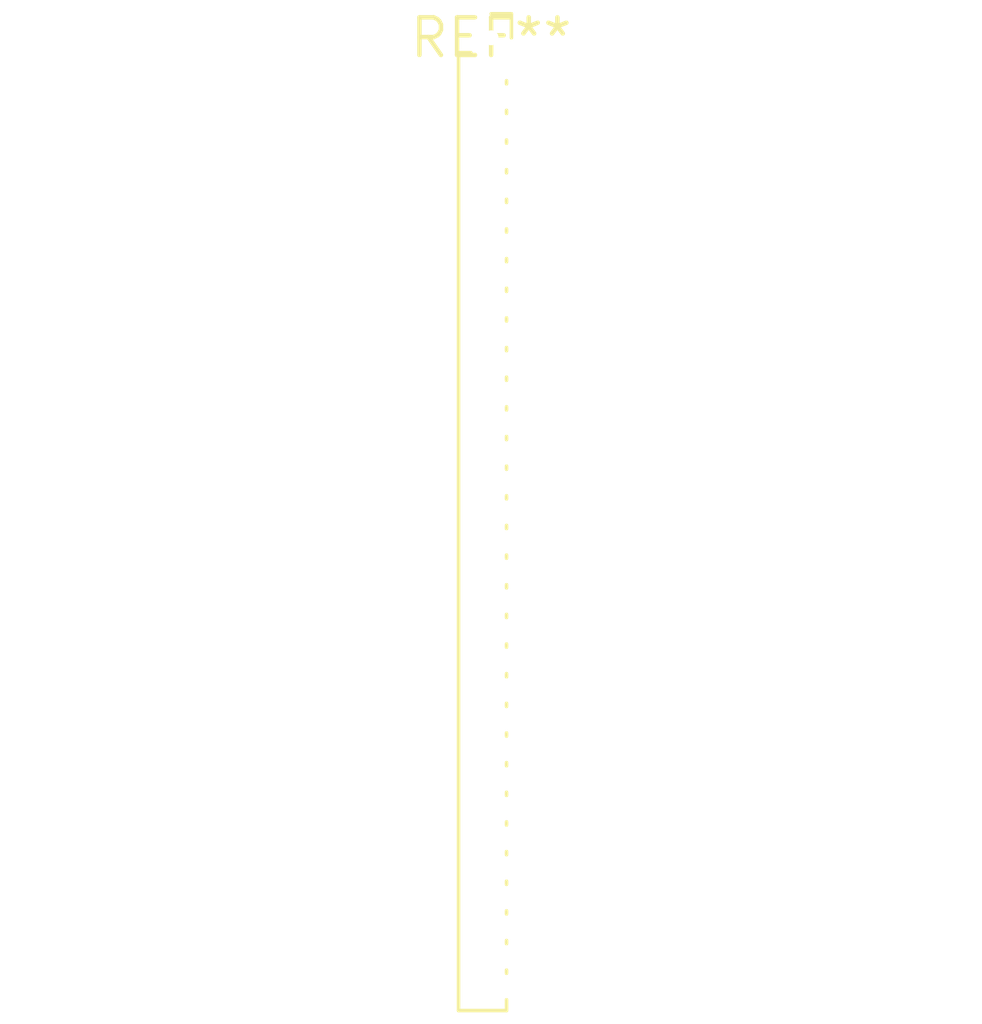
<source format=kicad_pcb>
(kicad_pcb (version 20240108) (generator pcbnew)
  (layers (0 "F.Cu" signal) (31 "B.Cu" signal) (34 "B.Paste" user) (35 "F.Paste" user) (36 "B.SilkS" user "B.Silkscreen") (37 "F.SilkS" user "F.Silkscreen") (38 "B.Mask" user) (39 "F.Mask" user) (44 "Edge.Cuts" user))
  (net 0 "")
  (footprint "PinSocket_1x33_P1.00mm_Vertical" (layer "F.Cu") (at 0 0)
    (property "Reference" "REF**")
    (property "Value" "PinSocket_1x33_P1.00mm_Vertical")
    (fp_line (start -1.1 0.5) (end -1.1 32.81) (layer "F.SilkS") (stroke (width 0.12)))
    (fp_line (start -1.1 0.5) (end -0.685 0.5) (layer "F.SilkS") (stroke (width 0.12)))
    (fp_line (start -1.1 32.81) (end 0.52 32.81) (layer "F.SilkS") (stroke (width 0.12)))
    (fp_line (start 0 -0.81) (end 0.685 -0.81) (layer "F.SilkS") (stroke (width 0.12)))
    (fp_line (start 0.52 1.445898) (end 0.52 1.554102) (layer "F.SilkS") (stroke (width 0.12)))
    (fp_line (start 0.52 2.445898) (end 0.52 2.554102) (layer "F.SilkS") (stroke (width 0.12)))
    (fp_line (start 0.52 3.445898) (end 0.52 3.554102) (layer "F.SilkS") (stroke (width 0.12)))
    (fp_line (start 0.52 4.445898) (end 0.52 4.554102) (layer "F.SilkS") (stroke (width 0.12)))
    (fp_line (start 0.52 5.445898) (end 0.52 5.554102) (layer "F.SilkS") (stroke (width 0.12)))
    (fp_line (start 0.52 6.445898) (end 0.52 6.554102) (layer "F.SilkS") (stroke (width 0.12)))
    (fp_line (start 0.52 7.445898) (end 0.52 7.554102) (layer "F.SilkS") (stroke (width 0.12)))
    (fp_line (start 0.52 8.445898) (end 0.52 8.554102) (layer "F.SilkS") (stroke (width 0.12)))
    (fp_line (start 0.52 9.445898) (end 0.52 9.554102) (layer "F.SilkS") (stroke (width 0.12)))
    (fp_line (start 0.52 10.445898) (end 0.52 10.554102) (layer "F.SilkS") (stroke (width 0.12)))
    (fp_line (start 0.52 11.445898) (end 0.52 11.554102) (layer "F.SilkS") (stroke (width 0.12)))
    (fp_line (start 0.52 12.445898) (end 0.52 12.554102) (layer "F.SilkS") (stroke (width 0.12)))
    (fp_line (start 0.52 13.445898) (end 0.52 13.554102) (layer "F.SilkS") (stroke (width 0.12)))
    (fp_line (start 0.52 14.445898) (end 0.52 14.554102) (layer "F.SilkS") (stroke (width 0.12)))
    (fp_line (start 0.52 15.445898) (end 0.52 15.554102) (layer "F.SilkS") (stroke (width 0.12)))
    (fp_line (start 0.52 16.445898) (end 0.52 16.554102) (layer "F.SilkS") (stroke (width 0.12)))
    (fp_line (start 0.52 17.445898) (end 0.52 17.554102) (layer "F.SilkS") (stroke (width 0.12)))
    (fp_line (start 0.52 18.445898) (end 0.52 18.554102) (layer "F.SilkS") (stroke (width 0.12)))
    (fp_line (start 0.52 19.445898) (end 0.52 19.554102) (layer "F.SilkS") (stroke (width 0.12)))
    (fp_line (start 0.52 20.445898) (end 0.52 20.554102) (layer "F.SilkS") (stroke (width 0.12)))
    (fp_line (start 0.52 21.445898) (end 0.52 21.554102) (layer "F.SilkS") (stroke (width 0.12)))
    (fp_line (start 0.52 22.445898) (end 0.52 22.554102) (layer "F.SilkS") (stroke (width 0.12)))
    (fp_line (start 0.52 23.445898) (end 0.52 23.554102) (layer "F.SilkS") (stroke (width 0.12)))
    (fp_line (start 0.52 24.445898) (end 0.52 24.554102) (layer "F.SilkS") (stroke (width 0.12)))
    (fp_line (start 0.52 25.445898) (end 0.52 25.554102) (layer "F.SilkS") (stroke (width 0.12)))
    (fp_line (start 0.52 26.445898) (end 0.52 26.554102) (layer "F.SilkS") (stroke (width 0.12)))
    (fp_line (start 0.52 27.445898) (end 0.52 27.554102) (layer "F.SilkS") (stroke (width 0.12)))
    (fp_line (start 0.52 28.445898) (end 0.52 28.554102) (layer "F.SilkS") (stroke (width 0.12)))
    (fp_line (start 0.52 29.445898) (end 0.52 29.554102) (layer "F.SilkS") (stroke (width 0.12)))
    (fp_line (start 0.52 30.445898) (end 0.52 30.554102) (layer "F.SilkS") (stroke (width 0.12)))
    (fp_line (start 0.52 31.445898) (end 0.52 31.554102) (layer "F.SilkS") (stroke (width 0.12)))
    (fp_line (start 0.52 32.445898) (end 0.52 32.81) (layer "F.SilkS") (stroke (width 0.12)))
    (fp_line (start 0.685 -0.81) (end 0.685 0) (layer "F.SilkS") (stroke (width 0.12)))
    (pad "1" thru_hole rect (at 0 0) (size 0.85 0.85) (drill 0.5) (layers *.Cu *.Mask) (remove_unused_layers))
    (pad "2" thru_hole oval (at 0 1) (size 0.85 0.85) (drill 0.5) (layers *.Cu *.Mask) (remove_unused_layers))
    (pad "3" thru_hole oval (at 0 2) (size 0.85 0.85) (drill 0.5) (layers *.Cu *.Mask) (remove_unused_layers))
    (pad "4" thru_hole oval (at 0 3) (size 0.85 0.85) (drill 0.5) (layers *.Cu *.Mask) (remove_unused_layers))
    (pad "5" thru_hole oval (at 0 4) (size 0.85 0.85) (drill 0.5) (layers *.Cu *.Mask) (remove_unused_layers))
    (pad "6" thru_hole oval (at 0 5) (size 0.85 0.85) (drill 0.5) (layers *.Cu *.Mask) (remove_unused_layers))
    (pad "7" thru_hole oval (at 0 6) (size 0.85 0.85) (drill 0.5) (layers *.Cu *.Mask) (remove_unused_layers))
    (pad "8" thru_hole oval (at 0 7) (size 0.85 0.85) (drill 0.5) (layers *.Cu *.Mask) (remove_unused_layers))
    (pad "9" thru_hole oval (at 0 8) (size 0.85 0.85) (drill 0.5) (layers *.Cu *.Mask) (remove_unused_layers))
    (pad "10" thru_hole oval (at 0 9) (size 0.85 0.85) (drill 0.5) (layers *.Cu *.Mask) (remove_unused_layers))
    (pad "11" thru_hole oval (at 0 10) (size 0.85 0.85) (drill 0.5) (layers *.Cu *.Mask) (remove_unused_layers))
    (pad "12" thru_hole oval (at 0 11) (size 0.85 0.85) (drill 0.5) (layers *.Cu *.Mask) (remove_unused_layers))
    (pad "13" thru_hole oval (at 0 12) (size 0.85 0.85) (drill 0.5) (layers *.Cu *.Mask) (remove_unused_layers))
    (pad "14" thru_hole oval (at 0 13) (size 0.85 0.85) (drill 0.5) (layers *.Cu *.Mask) (remove_unused_layers))
    (pad "15" thru_hole oval (at 0 14) (size 0.85 0.85) (drill 0.5) (layers *.Cu *.Mask) (remove_unused_layers))
    (pad "16" thru_hole oval (at 0 15) (size 0.85 0.85) (drill 0.5) (layers *.Cu *.Mask) (remove_unused_layers))
    (pad "17" thru_hole oval (at 0 16) (size 0.85 0.85) (drill 0.5) (layers *.Cu *.Mask) (remove_unused_layers))
    (pad "18" thru_hole oval (at 0 17) (size 0.85 0.85) (drill 0.5) (layers *.Cu *.Mask) (remove_unused_layers))
    (pad "19" thru_hole oval (at 0 18) (size 0.85 0.85) (drill 0.5) (layers *.Cu *.Mask) (remove_unused_layers))
    (pad "20" thru_hole oval (at 0 19) (size 0.85 0.85) (drill 0.5) (layers *.Cu *.Mask) (remove_unused_layers))
    (pad "21" thru_hole oval (at 0 20) (size 0.85 0.85) (drill 0.5) (layers *.Cu *.Mask) (remove_unused_layers))
    (pad "22" thru_hole oval (at 0 21) (size 0.85 0.85) (drill 0.5) (layers *.Cu *.Mask) (remove_unused_layers))
    (pad "23" thru_hole oval (at 0 22) (size 0.85 0.85) (drill 0.5) (layers *.Cu *.Mask) (remove_unused_layers))
    (pad "24" thru_hole oval (at 0 23) (size 0.85 0.85) (drill 0.5) (layers *.Cu *.Mask) (remove_unused_layers))
    (pad "25" thru_hole oval (at 0 24) (size 0.85 0.85) (drill 0.5) (layers *.Cu *.Mask) (remove_unused_layers))
    (pad "26" thru_hole oval (at 0 25) (size 0.85 0.85) (drill 0.5) (layers *.Cu *.Mask) (remove_unused_layers))
    (pad "27" thru_hole oval (at 0 26) (size 0.85 0.85) (drill 0.5) (layers *.Cu *.Mask) (remove_unused_layers))
    (pad "28" thru_hole oval (at 0 27) (size 0.85 0.85) (drill 0.5) (layers *.Cu *.Mask) (remove_unused_layers))
    (pad "29" thru_hole oval (at 0 28) (size 0.85 0.85) (drill 0.5) (layers *.Cu *.Mask) (remove_unused_layers))
    (pad "30" thru_hole oval (at 0 29) (size 0.85 0.85) (drill 0.5) (layers *.Cu *.Mask) (remove_unused_layers))
    (pad "31" thru_hole oval (at 0 30) (size 0.85 0.85) (drill 0.5) (layers *.Cu *.Mask) (remove_unused_layers))
    (pad "32" thru_hole oval (at 0 31) (size 0.85 0.85) (drill 0.5) (layers *.Cu *.Mask) (remove_unused_layers))
    (pad "33" thru_hole oval (at 0 32) (size 0.85 0.85) (drill 0.5) (layers *.Cu *.Mask) (remove_unused_layers))
  )
)
</source>
